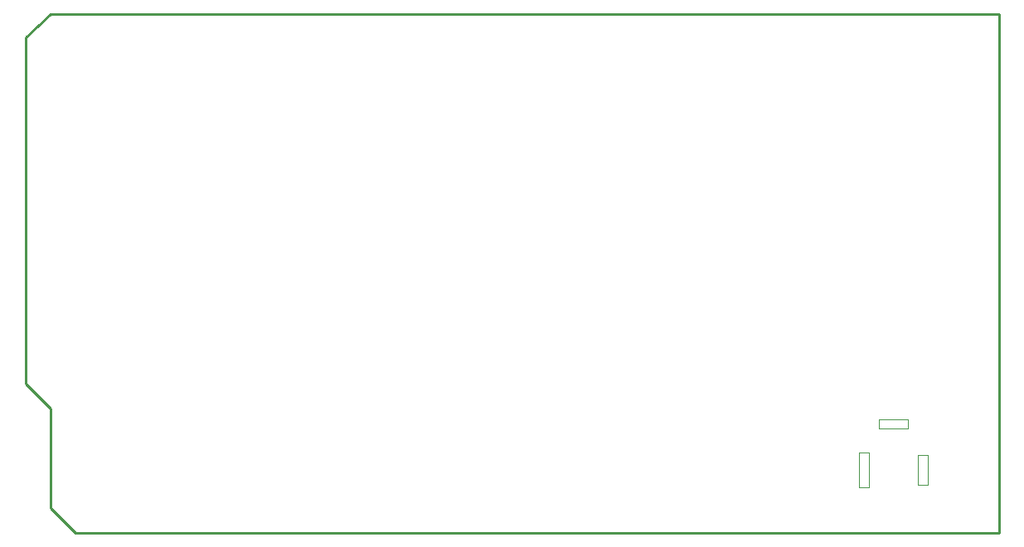
<source format=gm1>
%TF.GenerationSoftware,KiCad,Pcbnew,5.1.10-88a1d61d58~90~ubuntu20.04.1*%
%TF.CreationDate,2021-08-01T14:30:54-04:00*%
%TF.ProjectId,MegaShield,4d656761-5368-4696-956c-642e6b696361,rev?*%
%TF.SameCoordinates,Original*%
%TF.FileFunction,Profile,NP*%
%FSLAX46Y46*%
G04 Gerber Fmt 4.6, Leading zero omitted, Abs format (unit mm)*
G04 Created by KiCad (PCBNEW 5.1.10-88a1d61d58~90~ubuntu20.04.1) date 2021-08-01 14:30:54*
%MOMM*%
%LPD*%
G01*
G04 APERTURE LIST*
%TA.AperFunction,Profile*%
%ADD10C,0.254000*%
%TD*%
%TA.AperFunction,Profile*%
%ADD11C,0.050000*%
%TD*%
G04 APERTURE END LIST*
D10*
X103898600Y-131503600D02*
X101358600Y-128963600D01*
X101358600Y-118803600D02*
X98818600Y-116263600D01*
X98818600Y-116263600D02*
X98818600Y-80878600D01*
X98818600Y-80878600D02*
X101351284Y-78516772D01*
X101351284Y-78516772D02*
X101358600Y-78503600D01*
X101358600Y-78503600D02*
X198183600Y-78503600D01*
X198183600Y-78503600D02*
X198183600Y-131503600D01*
X101358600Y-128963600D02*
X101358600Y-118803600D01*
X198183600Y-131503600D02*
X103898600Y-131503600D01*
D11*
%TO.C,J1*%
X189947390Y-123592725D02*
X190947390Y-123592725D01*
X189947390Y-126592725D02*
X189947390Y-123592725D01*
X190947390Y-126592725D02*
X189947390Y-126592725D01*
X190947390Y-123592725D02*
X190947390Y-126592725D01*
X188947390Y-119892725D02*
X185947390Y-119892725D01*
X188947390Y-120892725D02*
X188947390Y-119892725D01*
X185947390Y-120892725D02*
X188947390Y-120892725D01*
X185947390Y-119892725D02*
X185947390Y-120892725D01*
X183947390Y-123342725D02*
X184947390Y-123342725D01*
X183947390Y-126842725D02*
X183947390Y-123342725D01*
X184947390Y-126842725D02*
X183947390Y-126842725D01*
X184947390Y-123342725D02*
X184947390Y-126842725D01*
%TD*%
M02*

</source>
